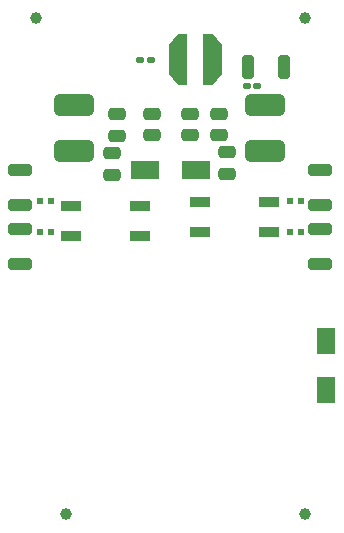
<source format=gbp>
G04*
G04 #@! TF.GenerationSoftware,Altium Limited,Altium Designer,21.7.2 (23)*
G04*
G04 Layer_Color=128*
%FSLAX25Y25*%
%MOIN*%
G70*
G04*
G04 #@! TF.SameCoordinates,2ED69007-8404-4F84-9E22-07974BFFE74B*
G04*
G04*
G04 #@! TF.FilePolarity,Positive*
G04*
G01*
G75*
G04:AMPARAMS|DCode=21|XSize=39.37mil|YSize=78.74mil|CornerRadius=9.84mil|HoleSize=0mil|Usage=FLASHONLY|Rotation=270.000|XOffset=0mil|YOffset=0mil|HoleType=Round|Shape=RoundedRectangle|*
%AMROUNDEDRECTD21*
21,1,0.03937,0.05906,0,0,270.0*
21,1,0.01968,0.07874,0,0,270.0*
1,1,0.01968,-0.02953,-0.00984*
1,1,0.01968,-0.02953,0.00984*
1,1,0.01968,0.02953,0.00984*
1,1,0.01968,0.02953,-0.00984*
%
%ADD21ROUNDEDRECTD21*%
G04:AMPARAMS|DCode=24|XSize=24.8mil|YSize=22.84mil|CornerRadius=5.94mil|HoleSize=0mil|Usage=FLASHONLY|Rotation=0.000|XOffset=0mil|YOffset=0mil|HoleType=Round|Shape=RoundedRectangle|*
%AMROUNDEDRECTD24*
21,1,0.02480,0.01096,0,0,0.0*
21,1,0.01293,0.02284,0,0,0.0*
1,1,0.01187,0.00647,-0.00548*
1,1,0.01187,-0.00647,-0.00548*
1,1,0.01187,-0.00647,0.00548*
1,1,0.01187,0.00647,0.00548*
%
%ADD24ROUNDEDRECTD24*%
G04:AMPARAMS|DCode=25|XSize=39.37mil|YSize=39.37mil|CornerRadius=19.68mil|HoleSize=0mil|Usage=FLASHONLY|Rotation=0.000|XOffset=0mil|YOffset=0mil|HoleType=Round|Shape=RoundedRectangle|*
%AMROUNDEDRECTD25*
21,1,0.03937,0.00000,0,0,0.0*
21,1,0.00000,0.03937,0,0,0.0*
1,1,0.03937,0.00000,0.00000*
1,1,0.03937,0.00000,0.00000*
1,1,0.03937,0.00000,0.00000*
1,1,0.03937,0.00000,0.00000*
%
%ADD25ROUNDEDRECTD25*%
%ADD50R,0.07087X0.03346*%
G04:AMPARAMS|DCode=51|XSize=38.98mil|YSize=57.87mil|CornerRadius=9.94mil|HoleSize=0mil|Usage=FLASHONLY|Rotation=90.000|XOffset=0mil|YOffset=0mil|HoleType=Round|Shape=RoundedRectangle|*
%AMROUNDEDRECTD51*
21,1,0.03898,0.03800,0,0,90.0*
21,1,0.01910,0.05787,0,0,90.0*
1,1,0.01988,0.01900,0.00955*
1,1,0.01988,0.01900,-0.00955*
1,1,0.01988,-0.01900,-0.00955*
1,1,0.01988,-0.01900,0.00955*
%
%ADD51ROUNDEDRECTD51*%
G04:AMPARAMS|DCode=52|XSize=21.65mil|YSize=22.84mil|CornerRadius=5.52mil|HoleSize=0mil|Usage=FLASHONLY|Rotation=0.000|XOffset=0mil|YOffset=0mil|HoleType=Round|Shape=RoundedRectangle|*
%AMROUNDEDRECTD52*
21,1,0.02165,0.01179,0,0,0.0*
21,1,0.01061,0.02284,0,0,0.0*
1,1,0.01104,0.00531,-0.00590*
1,1,0.01104,-0.00531,-0.00590*
1,1,0.01104,-0.00531,0.00590*
1,1,0.01104,0.00531,0.00590*
%
%ADD52ROUNDEDRECTD52*%
%ADD53R,0.09252X0.06102*%
%ADD54R,0.06299X0.08858*%
G04:AMPARAMS|DCode=55|XSize=74.8mil|YSize=133.86mil|CornerRadius=18.7mil|HoleSize=0mil|Usage=FLASHONLY|Rotation=90.000|XOffset=0mil|YOffset=0mil|HoleType=Round|Shape=RoundedRectangle|*
%AMROUNDEDRECTD55*
21,1,0.07480,0.09646,0,0,90.0*
21,1,0.03740,0.13386,0,0,90.0*
1,1,0.03740,0.04823,0.01870*
1,1,0.03740,0.04823,-0.01870*
1,1,0.03740,-0.04823,-0.01870*
1,1,0.03740,-0.04823,0.01870*
%
%ADD55ROUNDEDRECTD55*%
G04:AMPARAMS|DCode=56|XSize=39.37mil|YSize=78.74mil|CornerRadius=9.84mil|HoleSize=0mil|Usage=FLASHONLY|Rotation=0.000|XOffset=0mil|YOffset=0mil|HoleType=Round|Shape=RoundedRectangle|*
%AMROUNDEDRECTD56*
21,1,0.03937,0.05906,0,0,0.0*
21,1,0.01968,0.07874,0,0,0.0*
1,1,0.01968,0.00984,-0.02953*
1,1,0.01968,-0.00984,-0.02953*
1,1,0.01968,-0.00984,0.02953*
1,1,0.01968,0.00984,0.02953*
%
%ADD56ROUNDEDRECTD56*%
G36*
X-114245Y138474D02*
X-117312Y134895D01*
Y125053D01*
X-114245Y121474D01*
X-111013D01*
Y138474D01*
X-114245D01*
D02*
G37*
G36*
X-102663D02*
X-105895D01*
Y121474D01*
X-102663D01*
X-99596Y125053D01*
Y134895D01*
X-102663Y138474D01*
D02*
G37*
D21*
X-166721Y73674D02*
D03*
Y61863D02*
D03*
Y93360D02*
D03*
Y81549D02*
D03*
X-66721D02*
D03*
Y93360D02*
D03*
Y61863D02*
D03*
Y73674D02*
D03*
D24*
X-123287Y130000D02*
D03*
X-126713D02*
D03*
X-91269Y121313D02*
D03*
X-87843D02*
D03*
D25*
X-161603Y143754D02*
D03*
X-151367Y-21601D02*
D03*
X-71839D02*
D03*
X-71839Y143753D02*
D03*
D50*
X-149990Y71312D02*
D03*
Y81312D02*
D03*
X-126958D02*
D03*
Y71312D02*
D03*
X-106977Y82612D02*
D03*
Y72612D02*
D03*
X-83945D02*
D03*
Y82612D02*
D03*
D51*
X-110288Y111914D02*
D03*
Y104710D02*
D03*
X-136100Y91598D02*
D03*
Y98802D02*
D03*
X-134619Y104664D02*
D03*
Y111869D02*
D03*
X-122800Y111914D02*
D03*
Y104710D02*
D03*
X-98000Y91898D02*
D03*
Y99102D02*
D03*
X-100383Y104710D02*
D03*
Y111914D02*
D03*
D52*
X-156584Y82730D02*
D03*
X-160324D02*
D03*
X-76859D02*
D03*
X-73119D02*
D03*
X-76859Y72494D02*
D03*
X-73119D02*
D03*
X-156584D02*
D03*
X-160324D02*
D03*
D53*
X-125186Y93360D02*
D03*
X-108256D02*
D03*
D54*
X-64753Y19935D02*
D03*
Y36077D02*
D03*
D55*
X-149005Y114816D02*
D03*
Y99462D02*
D03*
X-85225D02*
D03*
Y114816D02*
D03*
D56*
X-78925Y127612D02*
D03*
X-90736D02*
D03*
M02*

</source>
